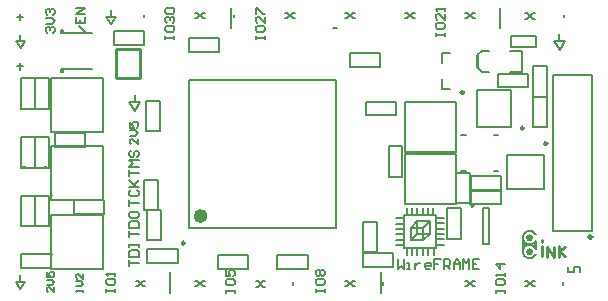
<source format=gto>
G04 Layer_Color=65535*
%FSLAX25Y25*%
%MOIN*%
G70*
G01*
G75*
%ADD10C,0.01000*%
%ADD12C,0.00800*%
%ADD40C,0.00700*%
%ADD59C,0.00984*%
%ADD60C,0.00394*%
%ADD61C,0.02362*%
%ADD62C,0.00600*%
%ADD63C,0.00900*%
%ADD64C,0.00750*%
%ADD65C,0.00500*%
%ADD66C,0.00787*%
D10*
X193571Y20029D02*
G03*
X193571Y20029I-671J0D01*
G01*
X182505Y15349D02*
X184354Y13553D01*
X182505Y15349D02*
X184500Y16800D01*
X182300Y13500D02*
Y16900D01*
X180600Y13500D02*
Y16800D01*
X178400D02*
X180600Y13500D01*
X178400D02*
Y16800D01*
X176700Y18500D02*
Y18900D01*
Y13600D02*
Y16900D01*
D12*
X172961Y19800D02*
G03*
X172961Y19800I-361J0D01*
G01*
Y15100D02*
G03*
X172961Y15100I-361J0D01*
G01*
X174617Y16309D02*
G03*
X174659Y14170I-2017J-1110D01*
G01*
Y20830D02*
G03*
X174659Y18770I-2059J-1030D01*
G01*
X180500Y22116D02*
X192306D01*
X193500D01*
Y74100D01*
X180500D02*
X193500D01*
X180500Y22116D02*
Y72600D01*
Y74100D01*
X131000Y31100D02*
Y47700D01*
Y31100D02*
X148000D01*
Y47700D01*
X131000D02*
X148000D01*
X131000Y48300D02*
Y64900D01*
Y48300D02*
X148000D01*
Y64900D01*
X131000D02*
X148000D01*
X12939Y9500D02*
X30261D01*
Y27300D01*
X12939D02*
X30261D01*
X12939Y9500D02*
Y27300D01*
Y32500D02*
X30261D01*
Y50300D01*
X12939D02*
X30261D01*
X12939Y32500D02*
Y50300D01*
Y55100D02*
X30261D01*
Y72900D01*
X12939D02*
X30261D01*
X12939Y55100D02*
Y72900D01*
X130700Y27300D02*
X141500D01*
Y16500D02*
Y27300D01*
X130700Y16500D02*
X141500D01*
X130700D02*
Y27300D01*
X131600D02*
X131800D01*
X131600D02*
Y29800D01*
X133380Y27300D02*
Y29800D01*
X136940Y27300D02*
Y29800D01*
X135160Y27300D02*
Y29800D01*
Y27300D02*
X135260D01*
X140500D02*
Y29800D01*
X138720Y27300D02*
Y29800D01*
Y27300D02*
X138820D01*
X130700Y24520D02*
Y24620D01*
X128200Y24520D02*
X130700D01*
X128200Y26300D02*
X130700D01*
Y20960D02*
Y21060D01*
X128200Y20960D02*
X130700D01*
X128200Y22740D02*
X130700D01*
X128200Y19180D02*
X130700D01*
X128200Y17400D02*
X130700D01*
Y17600D01*
X133380Y16500D02*
X133480D01*
Y14000D02*
Y16500D01*
X131700Y14000D02*
Y16500D01*
X136940D02*
X137040D01*
Y14000D02*
Y16500D01*
X135260Y14000D02*
Y16500D01*
X138820Y14000D02*
Y16500D01*
X140600Y14000D02*
Y16500D01*
X140400D02*
X140600D01*
X141500Y19180D02*
Y19280D01*
X144000D01*
X141500Y17500D02*
X144000D01*
X141500Y22740D02*
Y22840D01*
X144000D01*
X141500Y21060D02*
X144000D01*
X141500Y24620D02*
X144000D01*
X141500Y26400D02*
X144000D01*
X141500Y26200D02*
Y26400D01*
X174700Y16200D02*
Y18770D01*
X170600Y16900D02*
Y18200D01*
X170300Y15100D02*
Y19800D01*
X107200Y89700D02*
X108500D01*
D40*
X41300Y3600D02*
X42000D01*
X43800Y5400D01*
X44500D01*
X43800Y3600D02*
X44500D01*
X42000Y5400D02*
X43800Y3600D01*
X41300Y5400D02*
X42000D01*
X61200Y3600D02*
X61900D01*
X63700Y5400D01*
X64400D01*
X63700Y3600D02*
X64400D01*
X61900Y5400D02*
X63700Y3600D01*
X61200Y5400D02*
X61900D01*
X81300Y3500D02*
X82000D01*
X83800Y5300D01*
X84500D01*
X83800Y3500D02*
X84500D01*
X82000Y5300D02*
X83800Y3500D01*
X81300Y5300D02*
X82000D01*
X111200Y3600D02*
X111900D01*
X113700Y5400D01*
X114400D01*
X113700Y3600D02*
X114400D01*
X111900Y5400D02*
X113700Y3600D01*
X111200Y5400D02*
X111900D01*
X151200Y3600D02*
X151900D01*
X153700Y5400D01*
X154400D01*
X153700Y3600D02*
X154400D01*
X151900Y5400D02*
X153700Y3600D01*
X151200Y5400D02*
X151900D01*
X171200Y3600D02*
X171900D01*
X173700Y5400D01*
X174400D01*
X173700Y3600D02*
X174400D01*
X171900Y5400D02*
X173700Y3600D01*
X171200Y5400D02*
X171900D01*
X171200Y92800D02*
X171900D01*
X173700Y94600D01*
X174400D01*
X173700Y92800D02*
X174400D01*
X171900Y94600D02*
X173700Y92800D01*
X171200Y94600D02*
X171900D01*
X151200Y92900D02*
X151900D01*
X153700Y94700D01*
X154400D01*
X153700Y92900D02*
X154400D01*
X151900Y94700D02*
X153700Y92900D01*
X151200Y94700D02*
X151900D01*
X131200Y92900D02*
X131900D01*
X133700Y94700D01*
X134400D01*
X133700Y92900D02*
X134400D01*
X131900Y94700D02*
X133700Y92900D01*
X131200Y94700D02*
X131900D01*
X111200Y92900D02*
X111900D01*
X113700Y94700D01*
X114400D01*
X113700Y92900D02*
X114400D01*
X111900Y94700D02*
X113700Y92900D01*
X111200Y94700D02*
X111900D01*
X91200Y92900D02*
X91900D01*
X93700Y94700D01*
X94400D01*
X93700Y92900D02*
X94400D01*
X91900Y94700D02*
X93700Y92900D01*
X91200Y94700D02*
X91900D01*
X61200Y92900D02*
X61900D01*
X63700Y94700D01*
X64400D01*
X63700Y92900D02*
X64400D01*
X61900Y94700D02*
X63700Y92900D01*
X61200Y94700D02*
X61900D01*
X185500Y8400D02*
Y10100D01*
Y8400D02*
X187500D01*
Y10100D01*
X189500D01*
Y8400D02*
Y10100D01*
X44017Y93400D02*
Y94100D01*
X74017Y93400D02*
Y94100D01*
X184017Y93400D02*
Y94100D01*
X93900Y4200D02*
Y4900D01*
X123900Y4200D02*
Y4900D01*
X183900Y4200D02*
Y4900D01*
X42100Y52766D02*
Y50900D01*
X40234Y52766D01*
X39767D01*
X39301Y52299D01*
Y51367D01*
X39767Y50900D01*
X39301Y53699D02*
X41167D01*
X42100Y54632D01*
X41167Y55565D01*
X39301D01*
Y58364D02*
Y56498D01*
X40701D01*
X40234Y57431D01*
Y57898D01*
X40701Y58364D01*
X41633D01*
X42100Y57898D01*
Y56965D01*
X41633Y56498D01*
X14200Y3366D02*
Y1700D01*
X12534Y3366D01*
X12117D01*
X11701Y2950D01*
Y2117D01*
X12117Y1700D01*
X11701Y4199D02*
X13367D01*
X14200Y5032D01*
X13367Y5865D01*
X11701D01*
Y8365D02*
Y6698D01*
X12950D01*
X12534Y7531D01*
Y7948D01*
X12950Y8365D01*
X13783D01*
X14200Y7948D01*
Y7115D01*
X13783Y6698D01*
X23900Y1600D02*
Y2433D01*
Y2017D01*
X21401D01*
X21817Y1600D01*
X21401Y3683D02*
X23067D01*
X23900Y4516D01*
X23067Y5349D01*
X21401D01*
X23900Y7848D02*
Y6182D01*
X22234Y7848D01*
X21817D01*
X21401Y7431D01*
Y6598D01*
X21817Y6182D01*
X23900Y1600D02*
Y2433D01*
Y2017D01*
X21401D01*
X21817Y1600D01*
X21401Y3683D02*
X23067D01*
X23900Y4516D01*
X23067Y5349D01*
X21401D01*
X23900Y7848D02*
Y6182D01*
X22234Y7848D01*
X21817D01*
X21401Y7431D01*
Y6598D01*
X21817Y6182D01*
X11901Y88200D02*
X11401Y88700D01*
Y89700D01*
X11901Y90199D01*
X12401D01*
X12900Y89700D01*
Y89200D01*
Y89700D01*
X13400Y90199D01*
X13900D01*
X14400Y89700D01*
Y88700D01*
X13900Y88200D01*
X11401Y91199D02*
X13400D01*
X14400Y92199D01*
X13400Y93198D01*
X11401D01*
X11901Y94198D02*
X11401Y94698D01*
Y95698D01*
X11901Y96197D01*
X12401D01*
X12900Y95698D01*
Y95198D01*
Y95698D01*
X13400Y96197D01*
X13900D01*
X14400Y95698D01*
Y94698D01*
X13900Y94198D01*
X24300Y88400D02*
X22301Y90399D01*
X21301Y93398D02*
Y91399D01*
X24300D01*
Y93398D01*
X22801Y91399D02*
Y92399D01*
X24300Y94398D02*
X21301D01*
X24300Y96397D01*
X21301D01*
X128600Y12599D02*
Y9400D01*
X129666Y10466D01*
X130733Y9400D01*
Y12599D01*
X131799Y9400D02*
X132865D01*
X132332D01*
Y11533D01*
X131799D01*
X134465D02*
Y9400D01*
Y10466D01*
X134998Y11000D01*
X135531Y11533D01*
X136064D01*
X139263Y9400D02*
X138197D01*
X137664Y9933D01*
Y11000D01*
X138197Y11533D01*
X139263D01*
X139796Y11000D01*
Y10466D01*
X137664D01*
X142995Y12599D02*
X140863D01*
Y11000D01*
X141929D01*
X140863D01*
Y9400D01*
X144062D02*
Y12599D01*
X145661D01*
X146194Y12066D01*
Y11000D01*
X145661Y10466D01*
X144062D01*
X145128D02*
X146194Y9400D01*
X147261D02*
Y11533D01*
X148327Y12599D01*
X149393Y11533D01*
Y9400D01*
Y11000D01*
X147261D01*
X150460Y9400D02*
Y12599D01*
X151526Y11533D01*
X152592Y12599D01*
Y9400D01*
X155791Y12599D02*
X153659D01*
Y9400D01*
X155791D01*
X153659Y11000D02*
X154725D01*
X31501Y1600D02*
Y2600D01*
Y2100D01*
X34500D01*
Y1600D01*
Y2600D01*
X31501Y5599D02*
Y4599D01*
X32001Y4099D01*
X34000D01*
X34500Y4599D01*
Y5599D01*
X34000Y6098D01*
X32001D01*
X31501Y5599D01*
X34500Y7098D02*
Y8098D01*
Y7598D01*
X31501D01*
X32001Y7098D01*
X101401Y1600D02*
Y2600D01*
Y2100D01*
X104400D01*
Y1600D01*
Y2600D01*
X101401Y5599D02*
Y4599D01*
X101901Y4099D01*
X103900D01*
X104400Y4599D01*
Y5599D01*
X103900Y6098D01*
X101901D01*
X101401Y5599D01*
X101901Y7098D02*
X101401Y7598D01*
Y8598D01*
X101901Y9098D01*
X102401D01*
X102901Y8598D01*
X103400Y9098D01*
X103900D01*
X104400Y8598D01*
Y7598D01*
X103900Y7098D01*
X103400D01*
X102901Y7598D01*
X102401Y7098D01*
X101901D01*
X102901Y7598D02*
Y8598D01*
X71401Y1500D02*
Y2500D01*
Y2000D01*
X74400D01*
Y1500D01*
Y2500D01*
X71401Y5499D02*
Y4499D01*
X71901Y3999D01*
X73900D01*
X74400Y4499D01*
Y5499D01*
X73900Y5999D01*
X71901D01*
X71401Y5499D01*
Y8998D02*
Y6998D01*
X72900D01*
X72401Y7998D01*
Y8498D01*
X72900Y8998D01*
X73900D01*
X74400Y8498D01*
Y7498D01*
X73900Y6998D01*
X71401Y1500D02*
Y2500D01*
Y2000D01*
X74400D01*
Y1500D01*
Y2500D01*
X71401Y5499D02*
Y4499D01*
X71901Y3999D01*
X73900D01*
X74400Y4499D01*
Y5499D01*
X73900Y5999D01*
X71901D01*
X71401Y5499D01*
Y8998D02*
Y6998D01*
X72900D01*
X72401Y7998D01*
Y8498D01*
X72900Y8998D01*
X73900D01*
X74400Y8498D01*
Y7498D01*
X73900Y6998D01*
X161301Y1500D02*
Y2500D01*
Y2000D01*
X164300D01*
Y1500D01*
Y2500D01*
X161301Y5499D02*
Y4499D01*
X161801Y3999D01*
X163800D01*
X164300Y4499D01*
Y5499D01*
X163800Y5999D01*
X161801D01*
X161301Y5499D01*
X164300Y6998D02*
Y7998D01*
Y7498D01*
X161301D01*
X161801Y6998D01*
X164300Y10997D02*
X161301D01*
X162801Y9497D01*
Y11497D01*
X141301Y86900D02*
Y87900D01*
Y87400D01*
X144300D01*
Y86900D01*
Y87900D01*
X141301Y90899D02*
Y89899D01*
X141801Y89399D01*
X143800D01*
X144300Y89899D01*
Y90899D01*
X143800Y91399D01*
X141801D01*
X141301Y90899D01*
X144300Y94398D02*
Y92398D01*
X142301Y94398D01*
X141801D01*
X141301Y93898D01*
Y92898D01*
X141801Y92398D01*
X144300Y95397D02*
Y96397D01*
Y95897D01*
X141301D01*
X141801Y95397D01*
X81401Y85900D02*
Y86900D01*
Y86400D01*
X84400D01*
Y85900D01*
Y86900D01*
X81401Y89899D02*
Y88899D01*
X81901Y88399D01*
X83900D01*
X84400Y88899D01*
Y89899D01*
X83900Y90399D01*
X81901D01*
X81401Y89899D01*
X84400Y93398D02*
Y91398D01*
X82401Y93398D01*
X81901D01*
X81401Y92898D01*
Y91898D01*
X81901Y91398D01*
X81401Y94397D02*
Y96397D01*
X81901D01*
X83900Y94397D01*
X84400D01*
X51201Y85900D02*
Y86900D01*
Y86400D01*
X54200D01*
Y85900D01*
Y86900D01*
X51201Y89899D02*
Y88899D01*
X51701Y88399D01*
X53700D01*
X54200Y88899D01*
Y89899D01*
X53700Y90399D01*
X51701D01*
X51201Y89899D01*
X51701Y91398D02*
X51201Y91898D01*
Y92898D01*
X51701Y93398D01*
X52201D01*
X52701Y92898D01*
Y92398D01*
Y92898D01*
X53200Y93398D01*
X53700D01*
X54200Y92898D01*
Y91898D01*
X53700Y91398D01*
X51701Y94397D02*
X51201Y94897D01*
Y95897D01*
X51701Y96397D01*
X53700D01*
X54200Y95897D01*
Y94897D01*
X53700Y94397D01*
X51701D01*
D59*
X150726Y68213D02*
G03*
X150726Y68213I-492J0D01*
G01*
X153983Y30787D02*
G03*
X153983Y30787I-492J0D01*
G01*
X178441Y51210D02*
G03*
X178441Y51210I-492J0D01*
G01*
X170739Y56305D02*
G03*
X170739Y56305I-492J0D01*
G01*
X57714Y17976D02*
G03*
X57714Y17976I-492J0D01*
G01*
D60*
X13605Y53376D02*
G03*
X13605Y53376I-197J0D01*
G01*
Y14276D02*
G03*
X13605Y14276I-197J0D01*
G01*
Y33776D02*
G03*
X13605Y33776I-197J0D01*
G01*
X148520Y54102D02*
G03*
X148520Y54102I-197J0D01*
G01*
D61*
X64112Y27031D02*
G03*
X64112Y27031I-1181J0D01*
G01*
D62*
X173454Y15100D02*
G03*
X173454Y15100I-854J0D01*
G01*
Y19800D02*
G03*
X173454Y19800I-854J0D01*
G01*
X52800Y1500D02*
Y8400D01*
X123000Y1400D02*
Y8300D01*
X162800Y89600D02*
Y96500D01*
X73000Y89600D02*
Y96500D01*
X135100Y25300D02*
X139300D01*
Y21100D02*
Y25300D01*
X135100Y21100D02*
X139300D01*
X135100D02*
Y25300D01*
X133000Y19000D02*
Y23200D01*
Y19000D02*
X137200D01*
Y23200D01*
X133000D02*
X137200D01*
X133000D02*
X135100Y25300D01*
X133000Y19000D02*
X135100Y21100D01*
X137200Y19000D02*
X139300Y21100D01*
X137200Y23200D02*
X139300Y25300D01*
X174300Y17200D02*
Y18000D01*
X174659Y18770D02*
X174700D01*
X171100Y17200D02*
Y17900D01*
X171000D02*
X171100D01*
X170600Y18200D02*
X170700D01*
D63*
X34763Y72879D02*
X42637D01*
X34763D02*
Y82721D01*
X42637D01*
Y72879D02*
Y82721D01*
D64*
X33055Y93300D02*
Y95800D01*
X31500Y93300D02*
X34611D01*
X33000Y91100D02*
X34611Y93300D01*
X31500D02*
X33000Y91100D01*
X1300Y4900D02*
X2800Y2700D01*
X4411Y4900D01*
X1300D02*
X4411D01*
X2855D02*
Y7400D01*
X41000Y64900D02*
Y67400D01*
X39100Y64900D02*
X42800D01*
X41100Y62100D02*
X42800Y64900D01*
X39100D02*
X41100Y62100D01*
X1514Y85300D02*
X4400D01*
X1514D02*
X3074Y83116D01*
X2900Y85300D02*
Y87400D01*
X3074Y83116D02*
X4400Y85300D01*
X1750Y76900D02*
X3850D01*
X2800Y75850D02*
Y77950D01*
X2650Y92250D02*
Y94350D01*
X1600Y93300D02*
X3700D01*
X182500Y85300D02*
Y87800D01*
X180600Y85300D02*
X184300D01*
X182600Y82500D02*
X184300Y85300D01*
X180600D02*
X182600Y82500D01*
X39201Y40300D02*
Y42433D01*
Y41366D01*
X42400D01*
Y43499D02*
X39201D01*
X40267Y44565D01*
X39201Y45632D01*
X42400D01*
X39734Y48831D02*
X39201Y48297D01*
Y47231D01*
X39734Y46698D01*
X40267D01*
X40800Y47231D01*
Y48297D01*
X41334Y48831D01*
X41867D01*
X42400Y48297D01*
Y47231D01*
X41867Y46698D01*
X39244Y30345D02*
Y32478D01*
Y31411D01*
X42443D01*
X39777Y35677D02*
X39244Y35144D01*
Y34077D01*
X39777Y33544D01*
X41910D01*
X42443Y34077D01*
Y35144D01*
X41910Y35677D01*
X39244Y36743D02*
X42443D01*
X41377D01*
X39244Y38876D01*
X40844Y37276D01*
X42443Y38876D01*
X39223Y19973D02*
Y22105D01*
Y21039D01*
X42422D01*
X39223Y23171D02*
X42422D01*
Y24771D01*
X41888Y25304D01*
X39756D01*
X39223Y24771D01*
Y23171D01*
Y27970D02*
Y26904D01*
X39756Y26370D01*
X41888D01*
X42422Y26904D01*
Y27970D01*
X41888Y28503D01*
X39756D01*
X39223Y27970D01*
X39201Y10300D02*
Y12433D01*
Y11366D01*
X42400D01*
X39201Y13499D02*
X42400D01*
Y15098D01*
X41867Y15632D01*
X39734D01*
X39201Y15098D01*
Y13499D01*
Y16698D02*
Y17764D01*
Y17231D01*
X42400D01*
Y16698D01*
Y17764D01*
D65*
X145000Y19500D02*
Y29600D01*
X149600Y19500D02*
Y29600D01*
X145000D02*
X149600D01*
X145000Y19500D02*
X149600D01*
X34100Y84100D02*
X44200D01*
X34100Y88700D02*
X44200D01*
X34100Y84100D02*
Y88700D01*
X44200Y84100D02*
Y88700D01*
X118100Y60600D02*
X128200D01*
X118100Y65200D02*
X128200D01*
X118100Y60600D02*
Y65200D01*
X128200Y60600D02*
Y65200D01*
X112600Y76700D02*
X122700D01*
X112600Y81300D02*
X122700D01*
X112600Y76700D02*
Y81300D01*
X122700Y76700D02*
Y81300D01*
X117100Y10100D02*
Y14700D01*
X127200Y10100D02*
Y14700D01*
X117100Y10100D02*
X127200D01*
X117100Y14700D02*
X127200D01*
X163193Y30916D02*
Y35516D01*
X153093Y30916D02*
Y35516D01*
X163193D01*
X153093Y30916D02*
X163193D01*
X178400Y66800D02*
Y76900D01*
X173800Y66800D02*
Y76900D01*
Y66800D02*
X178400D01*
X173800Y76900D02*
X178400D01*
X153131Y35868D02*
X163232D01*
X153131Y40468D02*
X163232D01*
X153131Y35868D02*
Y40468D01*
X163232Y35868D02*
Y40468D01*
X125600Y40200D02*
Y50300D01*
X130200Y40200D02*
Y50300D01*
X125600D02*
X130200D01*
X125600Y40200D02*
X130200D01*
X24400Y50200D02*
Y54800D01*
X14300D02*
X24400D01*
X14300Y50200D02*
X24400D01*
X14300D02*
Y54800D01*
X16788Y75013D02*
Y76195D01*
X17182Y75013D02*
Y76195D01*
X16395Y75013D02*
X17182D01*
X16395Y89187D02*
X17182D01*
Y88006D02*
Y89187D01*
X16788Y88006D02*
Y89187D01*
X16395Y88006D02*
X26631D01*
X16395D02*
Y89187D01*
Y75013D02*
Y76195D01*
X26631D01*
X7700Y62800D02*
Y72900D01*
X12300Y62800D02*
Y72900D01*
X7700D02*
X12300D01*
X7700Y62800D02*
X12300D01*
X162100Y69900D02*
Y74500D01*
X172200Y69900D02*
Y74500D01*
X162100Y69900D02*
X172200D01*
X162100Y74500D02*
X172200D01*
X155500Y76300D02*
Y81100D01*
X156600Y82200D02*
X159050D01*
X170050Y75200D02*
Y82200D01*
X166050D02*
X170050D01*
X156600Y75200D02*
X159050D01*
X166050D02*
X170050D01*
X155100Y76700D02*
X156600Y75200D01*
X155100Y76700D02*
Y80700D01*
X156600Y82200D01*
X55300Y11300D02*
Y15900D01*
X45200Y11300D02*
Y15900D01*
X55300D01*
X45200Y11300D02*
X55300D01*
X117200Y15000D02*
Y25100D01*
X121800Y15000D02*
Y25100D01*
X117200D02*
X121800D01*
X117200Y15000D02*
X121800D01*
X68800Y9400D02*
X78900D01*
X68800Y14000D02*
X78900D01*
X68800Y9400D02*
Y14000D01*
X78900Y9400D02*
Y14000D01*
X59000Y81700D02*
X69100D01*
X59000Y86300D02*
X69100D01*
X59000Y81700D02*
Y86300D01*
X69100Y81700D02*
Y86300D01*
X48800Y28900D02*
Y39000D01*
X44200Y28900D02*
Y39000D01*
Y28900D02*
X48800D01*
X44200Y39000D02*
X48800D01*
X88500Y14100D02*
X98600D01*
X88500Y9500D02*
X98600D01*
Y14100D01*
X88500Y9500D02*
Y14100D01*
X45200Y19100D02*
Y29200D01*
X49800Y19100D02*
Y29200D01*
X45200D02*
X49800D01*
X45200Y19100D02*
X49800D01*
X49400Y55400D02*
Y65500D01*
X44800Y55400D02*
Y65500D01*
Y55400D02*
X49400D01*
X44800Y65500D02*
X49400D01*
X3000Y62800D02*
Y72900D01*
X7600Y62800D02*
Y72900D01*
X3000D02*
X7600D01*
X3000Y62800D02*
X7600D01*
X7700Y23700D02*
X12300D01*
X7700Y33800D02*
X12300D01*
Y23700D02*
Y33800D01*
X7700Y23700D02*
Y33800D01*
X13100Y9700D02*
Y14300D01*
X3000Y9700D02*
Y14300D01*
X13100D01*
X3000Y9700D02*
X13100D01*
X148031Y41469D02*
X152631D01*
X148031Y31368D02*
X152631D01*
X148031D02*
Y41469D01*
X152631Y31368D02*
Y41469D01*
X173893Y66816D02*
X178493D01*
X173893Y56716D02*
X178493D01*
X173893D02*
Y66816D01*
X178493Y56716D02*
Y66816D01*
X30900Y27700D02*
Y32300D01*
X20800Y27700D02*
Y32300D01*
X30900D01*
X20800Y27700D02*
X30900D01*
X3000Y33800D02*
X7600D01*
X3000Y23700D02*
Y33800D01*
X7600Y23700D02*
Y33800D01*
X3000Y23700D02*
X7600D01*
X3000Y43200D02*
Y53300D01*
X7600Y43200D02*
Y53300D01*
X3000D02*
X7600D01*
X3000Y43200D02*
X7600D01*
X7700D02*
X12300D01*
X7700Y53300D02*
X12300D01*
Y43200D02*
Y53300D01*
X7700Y43200D02*
Y53300D01*
X166400Y83400D02*
Y87200D01*
X174600D01*
Y83400D02*
Y87200D01*
X166400Y83400D02*
X174600D01*
D66*
X143344Y69394D02*
X146100D01*
X143344D02*
Y72544D01*
Y81205D02*
X146100D01*
X143344Y78056D02*
Y81205D01*
X10672Y62824D02*
X11834D01*
X3566D02*
X4728D01*
X3566Y53376D02*
X4728D01*
X10672D02*
X11834D01*
X157231Y29802D02*
X159200D01*
X157231Y17598D02*
X159200D01*
X157231D02*
Y29802D01*
X159200Y17598D02*
Y29802D01*
X10672Y14276D02*
X11834D01*
X3566D02*
X4728D01*
X3566Y23724D02*
X4728D01*
X10672D02*
X11834D01*
X10672Y33776D02*
X11834D01*
X3566D02*
X4728D01*
X3566Y43224D02*
X4728D01*
X10672D02*
X11834D01*
X165252Y36053D02*
Y47273D01*
X177457Y36053D02*
Y47273D01*
X165252Y36053D02*
X177457D01*
X165252Y47273D02*
X177457D01*
X149898Y54004D02*
Y54102D01*
Y41898D02*
Y41996D01*
X162102Y54004D02*
Y54102D01*
Y41898D02*
Y41996D01*
X149898Y54102D02*
X151374D01*
X160626D02*
X162102D01*
X149898Y41898D02*
X151374D01*
X160626D02*
X162102D01*
X155090Y69002D02*
X166310D01*
X155090Y56798D02*
X166310D01*
X155090D02*
Y69002D01*
X166310Y56798D02*
Y69002D01*
X108206Y23094D02*
Y72306D01*
X58994Y23094D02*
Y72306D01*
X108206D01*
X58994Y23094D02*
X108206D01*
M02*

</source>
